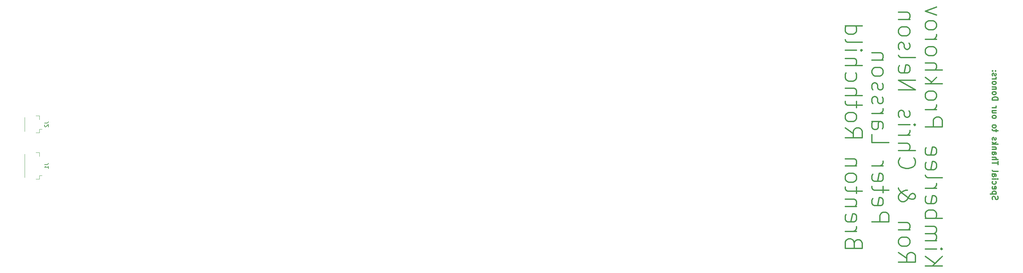
<source format=gbr>
G04 #@! TF.GenerationSoftware,KiCad,Pcbnew,(5.1.9)-1*
G04 #@! TF.CreationDate,2021-03-05T17:29:33-06:00*
G04 #@! TF.ProjectId,X-,582d2e6b-6963-4616-945f-706362585858,3*
G04 #@! TF.SameCoordinates,Original*
G04 #@! TF.FileFunction,Legend,Bot*
G04 #@! TF.FilePolarity,Positive*
%FSLAX46Y46*%
G04 Gerber Fmt 4.6, Leading zero omitted, Abs format (unit mm)*
G04 Created by KiCad (PCBNEW (5.1.9)-1) date 2021-03-05 17:29:33*
%MOMM*%
%LPD*%
G01*
G04 APERTURE LIST*
%ADD10C,0.300000*%
%ADD11C,0.120000*%
%ADD12C,0.150000*%
G04 APERTURE END LIST*
D10*
X346102857Y-158041428D02*
X346031428Y-157827142D01*
X346031428Y-157470000D01*
X346102857Y-157327142D01*
X346174285Y-157255714D01*
X346317142Y-157184285D01*
X346460000Y-157184285D01*
X346602857Y-157255714D01*
X346674285Y-157327142D01*
X346745714Y-157470000D01*
X346817142Y-157755714D01*
X346888571Y-157898571D01*
X346960000Y-157970000D01*
X347102857Y-158041428D01*
X347245714Y-158041428D01*
X347388571Y-157970000D01*
X347460000Y-157898571D01*
X347531428Y-157755714D01*
X347531428Y-157398571D01*
X347460000Y-157184285D01*
X347031428Y-156541428D02*
X345531428Y-156541428D01*
X346960000Y-156541428D02*
X347031428Y-156398571D01*
X347031428Y-156112857D01*
X346960000Y-155970000D01*
X346888571Y-155898571D01*
X346745714Y-155827142D01*
X346317142Y-155827142D01*
X346174285Y-155898571D01*
X346102857Y-155970000D01*
X346031428Y-156112857D01*
X346031428Y-156398571D01*
X346102857Y-156541428D01*
X346102857Y-154612857D02*
X346031428Y-154755714D01*
X346031428Y-155041428D01*
X346102857Y-155184285D01*
X346245714Y-155255714D01*
X346817142Y-155255714D01*
X346960000Y-155184285D01*
X347031428Y-155041428D01*
X347031428Y-154755714D01*
X346960000Y-154612857D01*
X346817142Y-154541428D01*
X346674285Y-154541428D01*
X346531428Y-155255714D01*
X346102857Y-153255714D02*
X346031428Y-153398571D01*
X346031428Y-153684285D01*
X346102857Y-153827142D01*
X346174285Y-153898571D01*
X346317142Y-153970000D01*
X346745714Y-153970000D01*
X346888571Y-153898571D01*
X346960000Y-153827142D01*
X347031428Y-153684285D01*
X347031428Y-153398571D01*
X346960000Y-153255714D01*
X346031428Y-152612857D02*
X347031428Y-152612857D01*
X347531428Y-152612857D02*
X347460000Y-152684285D01*
X347388571Y-152612857D01*
X347460000Y-152541428D01*
X347531428Y-152612857D01*
X347388571Y-152612857D01*
X346031428Y-151255714D02*
X346817142Y-151255714D01*
X346960000Y-151327142D01*
X347031428Y-151470000D01*
X347031428Y-151755714D01*
X346960000Y-151898571D01*
X346102857Y-151255714D02*
X346031428Y-151398571D01*
X346031428Y-151755714D01*
X346102857Y-151898571D01*
X346245714Y-151970000D01*
X346388571Y-151970000D01*
X346531428Y-151898571D01*
X346602857Y-151755714D01*
X346602857Y-151398571D01*
X346674285Y-151255714D01*
X346031428Y-150327142D02*
X346102857Y-150470000D01*
X346245714Y-150541428D01*
X347531428Y-150541428D01*
X347531428Y-148827142D02*
X347531428Y-147970000D01*
X346031428Y-148398571D02*
X347531428Y-148398571D01*
X346031428Y-147470000D02*
X347531428Y-147470000D01*
X346031428Y-146827142D02*
X346817142Y-146827142D01*
X346960000Y-146898571D01*
X347031428Y-147041428D01*
X347031428Y-147255714D01*
X346960000Y-147398571D01*
X346888571Y-147470000D01*
X346031428Y-145470000D02*
X346817142Y-145470000D01*
X346960000Y-145541428D01*
X347031428Y-145684285D01*
X347031428Y-145970000D01*
X346960000Y-146112857D01*
X346102857Y-145470000D02*
X346031428Y-145612857D01*
X346031428Y-145970000D01*
X346102857Y-146112857D01*
X346245714Y-146184285D01*
X346388571Y-146184285D01*
X346531428Y-146112857D01*
X346602857Y-145970000D01*
X346602857Y-145612857D01*
X346674285Y-145470000D01*
X347031428Y-144755714D02*
X346031428Y-144755714D01*
X346888571Y-144755714D02*
X346960000Y-144684285D01*
X347031428Y-144541428D01*
X347031428Y-144327142D01*
X346960000Y-144184285D01*
X346817142Y-144112857D01*
X346031428Y-144112857D01*
X346031428Y-143398571D02*
X347531428Y-143398571D01*
X346602857Y-143255714D02*
X346031428Y-142827142D01*
X347031428Y-142827142D02*
X346460000Y-143398571D01*
X346102857Y-142255714D02*
X346031428Y-142112857D01*
X346031428Y-141827142D01*
X346102857Y-141684285D01*
X346245714Y-141612857D01*
X346317142Y-141612857D01*
X346460000Y-141684285D01*
X346531428Y-141827142D01*
X346531428Y-142041428D01*
X346602857Y-142184285D01*
X346745714Y-142255714D01*
X346817142Y-142255714D01*
X346960000Y-142184285D01*
X347031428Y-142041428D01*
X347031428Y-141827142D01*
X346960000Y-141684285D01*
X347031428Y-140041428D02*
X347031428Y-139470000D01*
X347531428Y-139827142D02*
X346245714Y-139827142D01*
X346102857Y-139755714D01*
X346031428Y-139612857D01*
X346031428Y-139470000D01*
X346031428Y-138755714D02*
X346102857Y-138898571D01*
X346174285Y-138970000D01*
X346317142Y-139041428D01*
X346745714Y-139041428D01*
X346888571Y-138970000D01*
X346960000Y-138898571D01*
X347031428Y-138755714D01*
X347031428Y-138541428D01*
X346960000Y-138398571D01*
X346888571Y-138327142D01*
X346745714Y-138255714D01*
X346317142Y-138255714D01*
X346174285Y-138327142D01*
X346102857Y-138398571D01*
X346031428Y-138541428D01*
X346031428Y-138755714D01*
X346031428Y-136255714D02*
X346102857Y-136398571D01*
X346174285Y-136470000D01*
X346317142Y-136541428D01*
X346745714Y-136541428D01*
X346888571Y-136470000D01*
X346960000Y-136398571D01*
X347031428Y-136255714D01*
X347031428Y-136041428D01*
X346960000Y-135898571D01*
X346888571Y-135827142D01*
X346745714Y-135755714D01*
X346317142Y-135755714D01*
X346174285Y-135827142D01*
X346102857Y-135898571D01*
X346031428Y-136041428D01*
X346031428Y-136255714D01*
X347031428Y-134470000D02*
X346031428Y-134470000D01*
X347031428Y-135112857D02*
X346245714Y-135112857D01*
X346102857Y-135041428D01*
X346031428Y-134898571D01*
X346031428Y-134684285D01*
X346102857Y-134541428D01*
X346174285Y-134470000D01*
X346031428Y-133755714D02*
X347031428Y-133755714D01*
X346745714Y-133755714D02*
X346888571Y-133684285D01*
X346960000Y-133612857D01*
X347031428Y-133470000D01*
X347031428Y-133327142D01*
X346031428Y-131684285D02*
X347531428Y-131684285D01*
X347531428Y-131327142D01*
X347460000Y-131112857D01*
X347317142Y-130970000D01*
X347174285Y-130898571D01*
X346888571Y-130827142D01*
X346674285Y-130827142D01*
X346388571Y-130898571D01*
X346245714Y-130970000D01*
X346102857Y-131112857D01*
X346031428Y-131327142D01*
X346031428Y-131684285D01*
X346031428Y-129970000D02*
X346102857Y-130112857D01*
X346174285Y-130184285D01*
X346317142Y-130255714D01*
X346745714Y-130255714D01*
X346888571Y-130184285D01*
X346960000Y-130112857D01*
X347031428Y-129970000D01*
X347031428Y-129755714D01*
X346960000Y-129612857D01*
X346888571Y-129541428D01*
X346745714Y-129470000D01*
X346317142Y-129470000D01*
X346174285Y-129541428D01*
X346102857Y-129612857D01*
X346031428Y-129755714D01*
X346031428Y-129970000D01*
X347031428Y-128827142D02*
X346031428Y-128827142D01*
X346888571Y-128827142D02*
X346960000Y-128755714D01*
X347031428Y-128612857D01*
X347031428Y-128398571D01*
X346960000Y-128255714D01*
X346817142Y-128184285D01*
X346031428Y-128184285D01*
X346031428Y-127255714D02*
X346102857Y-127398571D01*
X346174285Y-127470000D01*
X346317142Y-127541428D01*
X346745714Y-127541428D01*
X346888571Y-127470000D01*
X346960000Y-127398571D01*
X347031428Y-127255714D01*
X347031428Y-127041428D01*
X346960000Y-126898571D01*
X346888571Y-126827142D01*
X346745714Y-126755714D01*
X346317142Y-126755714D01*
X346174285Y-126827142D01*
X346102857Y-126898571D01*
X346031428Y-127041428D01*
X346031428Y-127255714D01*
X346031428Y-126112857D02*
X347031428Y-126112857D01*
X346745714Y-126112857D02*
X346888571Y-126041428D01*
X346960000Y-125970000D01*
X347031428Y-125827142D01*
X347031428Y-125684285D01*
X346102857Y-125255714D02*
X346031428Y-125112857D01*
X346031428Y-124827142D01*
X346102857Y-124684285D01*
X346245714Y-124612857D01*
X346317142Y-124612857D01*
X346460000Y-124684285D01*
X346531428Y-124827142D01*
X346531428Y-125041428D01*
X346602857Y-125184285D01*
X346745714Y-125255714D01*
X346817142Y-125255714D01*
X346960000Y-125184285D01*
X347031428Y-125041428D01*
X347031428Y-124827142D01*
X346960000Y-124684285D01*
X346174285Y-123970000D02*
X346102857Y-123898571D01*
X346031428Y-123970000D01*
X346102857Y-124041428D01*
X346174285Y-123970000D01*
X346031428Y-123970000D01*
X346960000Y-123970000D02*
X346888571Y-123898571D01*
X346817142Y-123970000D01*
X346888571Y-124041428D01*
X346960000Y-123970000D01*
X346817142Y-123970000D01*
X328269285Y-175621428D02*
X332769285Y-175621428D01*
X328269285Y-173050000D02*
X330840714Y-174978571D01*
X332769285Y-173050000D02*
X330197857Y-175621428D01*
X328269285Y-171121428D02*
X331269285Y-171121428D01*
X332769285Y-171121428D02*
X332555000Y-171335714D01*
X332340714Y-171121428D01*
X332555000Y-170907142D01*
X332769285Y-171121428D01*
X332340714Y-171121428D01*
X328269285Y-168978571D02*
X331269285Y-168978571D01*
X330840714Y-168978571D02*
X331055000Y-168764285D01*
X331269285Y-168335714D01*
X331269285Y-167692857D01*
X331055000Y-167264285D01*
X330626428Y-167050000D01*
X328269285Y-167050000D01*
X330626428Y-167050000D02*
X331055000Y-166835714D01*
X331269285Y-166407142D01*
X331269285Y-165764285D01*
X331055000Y-165335714D01*
X330626428Y-165121428D01*
X328269285Y-165121428D01*
X328269285Y-162978571D02*
X332769285Y-162978571D01*
X331055000Y-162978571D02*
X331269285Y-162550000D01*
X331269285Y-161692857D01*
X331055000Y-161264285D01*
X330840714Y-161050000D01*
X330412142Y-160835714D01*
X329126428Y-160835714D01*
X328697857Y-161050000D01*
X328483571Y-161264285D01*
X328269285Y-161692857D01*
X328269285Y-162550000D01*
X328483571Y-162978571D01*
X328483571Y-157192857D02*
X328269285Y-157621428D01*
X328269285Y-158478571D01*
X328483571Y-158907142D01*
X328912142Y-159121428D01*
X330626428Y-159121428D01*
X331055000Y-158907142D01*
X331269285Y-158478571D01*
X331269285Y-157621428D01*
X331055000Y-157192857D01*
X330626428Y-156978571D01*
X330197857Y-156978571D01*
X329769285Y-159121428D01*
X328269285Y-155050000D02*
X331269285Y-155050000D01*
X330412142Y-155050000D02*
X330840714Y-154835714D01*
X331055000Y-154621428D01*
X331269285Y-154192857D01*
X331269285Y-153764285D01*
X328269285Y-151621428D02*
X328483571Y-152050000D01*
X328912142Y-152264285D01*
X332769285Y-152264285D01*
X328483571Y-148192857D02*
X328269285Y-148621428D01*
X328269285Y-149478571D01*
X328483571Y-149907142D01*
X328912142Y-150121428D01*
X330626428Y-150121428D01*
X331055000Y-149907142D01*
X331269285Y-149478571D01*
X331269285Y-148621428D01*
X331055000Y-148192857D01*
X330626428Y-147978571D01*
X330197857Y-147978571D01*
X329769285Y-150121428D01*
X328483571Y-144335714D02*
X328269285Y-144764285D01*
X328269285Y-145621428D01*
X328483571Y-146050000D01*
X328912142Y-146264285D01*
X330626428Y-146264285D01*
X331055000Y-146050000D01*
X331269285Y-145621428D01*
X331269285Y-144764285D01*
X331055000Y-144335714D01*
X330626428Y-144121428D01*
X330197857Y-144121428D01*
X329769285Y-146264285D01*
X328269285Y-138764285D02*
X332769285Y-138764285D01*
X332769285Y-137050000D01*
X332555000Y-136621428D01*
X332340714Y-136407142D01*
X331912142Y-136192857D01*
X331269285Y-136192857D01*
X330840714Y-136407142D01*
X330626428Y-136621428D01*
X330412142Y-137050000D01*
X330412142Y-138764285D01*
X328269285Y-134264285D02*
X331269285Y-134264285D01*
X330412142Y-134264285D02*
X330840714Y-134050000D01*
X331055000Y-133835714D01*
X331269285Y-133407142D01*
X331269285Y-132978571D01*
X328269285Y-130835714D02*
X328483571Y-131264285D01*
X328697857Y-131478571D01*
X329126428Y-131692857D01*
X330412142Y-131692857D01*
X330840714Y-131478571D01*
X331055000Y-131264285D01*
X331269285Y-130835714D01*
X331269285Y-130192857D01*
X331055000Y-129764285D01*
X330840714Y-129550000D01*
X330412142Y-129335714D01*
X329126428Y-129335714D01*
X328697857Y-129550000D01*
X328483571Y-129764285D01*
X328269285Y-130192857D01*
X328269285Y-130835714D01*
X328269285Y-127407142D02*
X332769285Y-127407142D01*
X329983571Y-126978571D02*
X328269285Y-125692857D01*
X331269285Y-125692857D02*
X329555000Y-127407142D01*
X328269285Y-123764285D02*
X332769285Y-123764285D01*
X328269285Y-121835714D02*
X330626428Y-121835714D01*
X331055000Y-122050000D01*
X331269285Y-122478571D01*
X331269285Y-123121428D01*
X331055000Y-123550000D01*
X330840714Y-123764285D01*
X328269285Y-119050000D02*
X328483571Y-119478571D01*
X328697857Y-119692857D01*
X329126428Y-119907142D01*
X330412142Y-119907142D01*
X330840714Y-119692857D01*
X331055000Y-119478571D01*
X331269285Y-119050000D01*
X331269285Y-118407142D01*
X331055000Y-117978571D01*
X330840714Y-117764285D01*
X330412142Y-117550000D01*
X329126428Y-117550000D01*
X328697857Y-117764285D01*
X328483571Y-117978571D01*
X328269285Y-118407142D01*
X328269285Y-119050000D01*
X328269285Y-115621428D02*
X331269285Y-115621428D01*
X330412142Y-115621428D02*
X330840714Y-115407142D01*
X331055000Y-115192857D01*
X331269285Y-114764285D01*
X331269285Y-114335714D01*
X328269285Y-112192857D02*
X328483571Y-112621428D01*
X328697857Y-112835714D01*
X329126428Y-113050000D01*
X330412142Y-113050000D01*
X330840714Y-112835714D01*
X331055000Y-112621428D01*
X331269285Y-112192857D01*
X331269285Y-111550000D01*
X331055000Y-111121428D01*
X330840714Y-110907142D01*
X330412142Y-110692857D01*
X329126428Y-110692857D01*
X328697857Y-110907142D01*
X328483571Y-111121428D01*
X328269285Y-111550000D01*
X328269285Y-112192857D01*
X331269285Y-109192857D02*
X328269285Y-108121428D01*
X331269285Y-107050000D01*
X321219285Y-172085714D02*
X323362142Y-173585714D01*
X321219285Y-174657142D02*
X325719285Y-174657142D01*
X325719285Y-172942857D01*
X325505000Y-172514285D01*
X325290714Y-172300000D01*
X324862142Y-172085714D01*
X324219285Y-172085714D01*
X323790714Y-172300000D01*
X323576428Y-172514285D01*
X323362142Y-172942857D01*
X323362142Y-174657142D01*
X321219285Y-169514285D02*
X321433571Y-169942857D01*
X321647857Y-170157142D01*
X322076428Y-170371428D01*
X323362142Y-170371428D01*
X323790714Y-170157142D01*
X324005000Y-169942857D01*
X324219285Y-169514285D01*
X324219285Y-168871428D01*
X324005000Y-168442857D01*
X323790714Y-168228571D01*
X323362142Y-168014285D01*
X322076428Y-168014285D01*
X321647857Y-168228571D01*
X321433571Y-168442857D01*
X321219285Y-168871428D01*
X321219285Y-169514285D01*
X324219285Y-166085714D02*
X321219285Y-166085714D01*
X323790714Y-166085714D02*
X324005000Y-165871428D01*
X324219285Y-165442857D01*
X324219285Y-164800000D01*
X324005000Y-164371428D01*
X323576428Y-164157142D01*
X321219285Y-164157142D01*
X321219285Y-154942857D02*
X321219285Y-155157142D01*
X321433571Y-155585714D01*
X322076428Y-156228571D01*
X323362142Y-157300000D01*
X324005000Y-157728571D01*
X324647857Y-157942857D01*
X325076428Y-157942857D01*
X325505000Y-157728571D01*
X325719285Y-157300000D01*
X325719285Y-157085714D01*
X325505000Y-156657142D01*
X325076428Y-156442857D01*
X324862142Y-156442857D01*
X324433571Y-156657142D01*
X324219285Y-156871428D01*
X323362142Y-158157142D01*
X323147857Y-158371428D01*
X322719285Y-158585714D01*
X322076428Y-158585714D01*
X321647857Y-158371428D01*
X321433571Y-158157142D01*
X321219285Y-157728571D01*
X321219285Y-157085714D01*
X321433571Y-156657142D01*
X321647857Y-156442857D01*
X322505000Y-155800000D01*
X323147857Y-155585714D01*
X323576428Y-155585714D01*
X321647857Y-147014285D02*
X321433571Y-147228571D01*
X321219285Y-147871428D01*
X321219285Y-148300000D01*
X321433571Y-148942857D01*
X321862142Y-149371428D01*
X322290714Y-149585714D01*
X323147857Y-149800000D01*
X323790714Y-149800000D01*
X324647857Y-149585714D01*
X325076428Y-149371428D01*
X325505000Y-148942857D01*
X325719285Y-148300000D01*
X325719285Y-147871428D01*
X325505000Y-147228571D01*
X325290714Y-147014285D01*
X321219285Y-145085714D02*
X325719285Y-145085714D01*
X321219285Y-143157142D02*
X323576428Y-143157142D01*
X324005000Y-143371428D01*
X324219285Y-143800000D01*
X324219285Y-144442857D01*
X324005000Y-144871428D01*
X323790714Y-145085714D01*
X321219285Y-141014285D02*
X324219285Y-141014285D01*
X323362142Y-141014285D02*
X323790714Y-140800000D01*
X324005000Y-140585714D01*
X324219285Y-140157142D01*
X324219285Y-139728571D01*
X321219285Y-138228571D02*
X324219285Y-138228571D01*
X325719285Y-138228571D02*
X325505000Y-138442857D01*
X325290714Y-138228571D01*
X325505000Y-138014285D01*
X325719285Y-138228571D01*
X325290714Y-138228571D01*
X321433571Y-136300000D02*
X321219285Y-135871428D01*
X321219285Y-135014285D01*
X321433571Y-134585714D01*
X321862142Y-134371428D01*
X322076428Y-134371428D01*
X322505000Y-134585714D01*
X322719285Y-135014285D01*
X322719285Y-135657142D01*
X322933571Y-136085714D01*
X323362142Y-136300000D01*
X323576428Y-136300000D01*
X324005000Y-136085714D01*
X324219285Y-135657142D01*
X324219285Y-135014285D01*
X324005000Y-134585714D01*
X321219285Y-129014285D02*
X325719285Y-129014285D01*
X321219285Y-126442857D01*
X325719285Y-126442857D01*
X321433571Y-122585714D02*
X321219285Y-123014285D01*
X321219285Y-123871428D01*
X321433571Y-124300000D01*
X321862142Y-124514285D01*
X323576428Y-124514285D01*
X324005000Y-124300000D01*
X324219285Y-123871428D01*
X324219285Y-123014285D01*
X324005000Y-122585714D01*
X323576428Y-122371428D01*
X323147857Y-122371428D01*
X322719285Y-124514285D01*
X321219285Y-119800000D02*
X321433571Y-120228571D01*
X321862142Y-120442857D01*
X325719285Y-120442857D01*
X321433571Y-118300000D02*
X321219285Y-117871428D01*
X321219285Y-117014285D01*
X321433571Y-116585714D01*
X321862142Y-116371428D01*
X322076428Y-116371428D01*
X322505000Y-116585714D01*
X322719285Y-117014285D01*
X322719285Y-117657142D01*
X322933571Y-118085714D01*
X323362142Y-118300000D01*
X323576428Y-118300000D01*
X324005000Y-118085714D01*
X324219285Y-117657142D01*
X324219285Y-117014285D01*
X324005000Y-116585714D01*
X321219285Y-113800000D02*
X321433571Y-114228571D01*
X321647857Y-114442857D01*
X322076428Y-114657142D01*
X323362142Y-114657142D01*
X323790714Y-114442857D01*
X324005000Y-114228571D01*
X324219285Y-113800000D01*
X324219285Y-113157142D01*
X324005000Y-112728571D01*
X323790714Y-112514285D01*
X323362142Y-112300000D01*
X322076428Y-112300000D01*
X321647857Y-112514285D01*
X321433571Y-112728571D01*
X321219285Y-113157142D01*
X321219285Y-113800000D01*
X324219285Y-110371428D02*
X321219285Y-110371428D01*
X323790714Y-110371428D02*
X324005000Y-110157142D01*
X324219285Y-109728571D01*
X324219285Y-109085714D01*
X324005000Y-108657142D01*
X323576428Y-108442857D01*
X321219285Y-108442857D01*
X314169285Y-163942857D02*
X318669285Y-163942857D01*
X318669285Y-162228571D01*
X318455000Y-161800000D01*
X318240714Y-161585714D01*
X317812142Y-161371428D01*
X317169285Y-161371428D01*
X316740714Y-161585714D01*
X316526428Y-161800000D01*
X316312142Y-162228571D01*
X316312142Y-163942857D01*
X314383571Y-157728571D02*
X314169285Y-158157142D01*
X314169285Y-159014285D01*
X314383571Y-159442857D01*
X314812142Y-159657142D01*
X316526428Y-159657142D01*
X316955000Y-159442857D01*
X317169285Y-159014285D01*
X317169285Y-158157142D01*
X316955000Y-157728571D01*
X316526428Y-157514285D01*
X316097857Y-157514285D01*
X315669285Y-159657142D01*
X317169285Y-156228571D02*
X317169285Y-154514285D01*
X318669285Y-155585714D02*
X314812142Y-155585714D01*
X314383571Y-155371428D01*
X314169285Y-154942857D01*
X314169285Y-154514285D01*
X314383571Y-151300000D02*
X314169285Y-151728571D01*
X314169285Y-152585714D01*
X314383571Y-153014285D01*
X314812142Y-153228571D01*
X316526428Y-153228571D01*
X316955000Y-153014285D01*
X317169285Y-152585714D01*
X317169285Y-151728571D01*
X316955000Y-151300000D01*
X316526428Y-151085714D01*
X316097857Y-151085714D01*
X315669285Y-153228571D01*
X314169285Y-149157142D02*
X317169285Y-149157142D01*
X316312142Y-149157142D02*
X316740714Y-148942857D01*
X316955000Y-148728571D01*
X317169285Y-148300000D01*
X317169285Y-147871428D01*
X314169285Y-140800000D02*
X314169285Y-142942857D01*
X318669285Y-142942857D01*
X314169285Y-137371428D02*
X316526428Y-137371428D01*
X316955000Y-137585714D01*
X317169285Y-138014285D01*
X317169285Y-138871428D01*
X316955000Y-139300000D01*
X314383571Y-137371428D02*
X314169285Y-137800000D01*
X314169285Y-138871428D01*
X314383571Y-139300000D01*
X314812142Y-139514285D01*
X315240714Y-139514285D01*
X315669285Y-139300000D01*
X315883571Y-138871428D01*
X315883571Y-137800000D01*
X316097857Y-137371428D01*
X314169285Y-135228571D02*
X317169285Y-135228571D01*
X316312142Y-135228571D02*
X316740714Y-135014285D01*
X316955000Y-134800000D01*
X317169285Y-134371428D01*
X317169285Y-133942857D01*
X314383571Y-132657142D02*
X314169285Y-132228571D01*
X314169285Y-131371428D01*
X314383571Y-130942857D01*
X314812142Y-130728571D01*
X315026428Y-130728571D01*
X315455000Y-130942857D01*
X315669285Y-131371428D01*
X315669285Y-132014285D01*
X315883571Y-132442857D01*
X316312142Y-132657142D01*
X316526428Y-132657142D01*
X316955000Y-132442857D01*
X317169285Y-132014285D01*
X317169285Y-131371428D01*
X316955000Y-130942857D01*
X314383571Y-129014285D02*
X314169285Y-128585714D01*
X314169285Y-127728571D01*
X314383571Y-127300000D01*
X314812142Y-127085714D01*
X315026428Y-127085714D01*
X315455000Y-127300000D01*
X315669285Y-127728571D01*
X315669285Y-128371428D01*
X315883571Y-128800000D01*
X316312142Y-129014285D01*
X316526428Y-129014285D01*
X316955000Y-128800000D01*
X317169285Y-128371428D01*
X317169285Y-127728571D01*
X316955000Y-127300000D01*
X314169285Y-124514285D02*
X314383571Y-124942857D01*
X314597857Y-125157142D01*
X315026428Y-125371428D01*
X316312142Y-125371428D01*
X316740714Y-125157142D01*
X316955000Y-124942857D01*
X317169285Y-124514285D01*
X317169285Y-123871428D01*
X316955000Y-123442857D01*
X316740714Y-123228571D01*
X316312142Y-123014285D01*
X315026428Y-123014285D01*
X314597857Y-123228571D01*
X314383571Y-123442857D01*
X314169285Y-123871428D01*
X314169285Y-124514285D01*
X317169285Y-121085714D02*
X314169285Y-121085714D01*
X316740714Y-121085714D02*
X316955000Y-120871428D01*
X317169285Y-120442857D01*
X317169285Y-119800000D01*
X316955000Y-119371428D01*
X316526428Y-119157142D01*
X314169285Y-119157142D01*
X309476428Y-169514285D02*
X309262142Y-168871428D01*
X309047857Y-168657142D01*
X308619285Y-168442857D01*
X307976428Y-168442857D01*
X307547857Y-168657142D01*
X307333571Y-168871428D01*
X307119285Y-169300000D01*
X307119285Y-171014285D01*
X311619285Y-171014285D01*
X311619285Y-169514285D01*
X311405000Y-169085714D01*
X311190714Y-168871428D01*
X310762142Y-168657142D01*
X310333571Y-168657142D01*
X309905000Y-168871428D01*
X309690714Y-169085714D01*
X309476428Y-169514285D01*
X309476428Y-171014285D01*
X307119285Y-166514285D02*
X310119285Y-166514285D01*
X309262142Y-166514285D02*
X309690714Y-166300000D01*
X309905000Y-166085714D01*
X310119285Y-165657142D01*
X310119285Y-165228571D01*
X307333571Y-162014285D02*
X307119285Y-162442857D01*
X307119285Y-163300000D01*
X307333571Y-163728571D01*
X307762142Y-163942857D01*
X309476428Y-163942857D01*
X309905000Y-163728571D01*
X310119285Y-163300000D01*
X310119285Y-162442857D01*
X309905000Y-162014285D01*
X309476428Y-161800000D01*
X309047857Y-161800000D01*
X308619285Y-163942857D01*
X310119285Y-159871428D02*
X307119285Y-159871428D01*
X309690714Y-159871428D02*
X309905000Y-159657142D01*
X310119285Y-159228571D01*
X310119285Y-158585714D01*
X309905000Y-158157142D01*
X309476428Y-157942857D01*
X307119285Y-157942857D01*
X310119285Y-156442857D02*
X310119285Y-154728571D01*
X311619285Y-155800000D02*
X307762142Y-155800000D01*
X307333571Y-155585714D01*
X307119285Y-155157142D01*
X307119285Y-154728571D01*
X307119285Y-152585714D02*
X307333571Y-153014285D01*
X307547857Y-153228571D01*
X307976428Y-153442857D01*
X309262142Y-153442857D01*
X309690714Y-153228571D01*
X309905000Y-153014285D01*
X310119285Y-152585714D01*
X310119285Y-151942857D01*
X309905000Y-151514285D01*
X309690714Y-151300000D01*
X309262142Y-151085714D01*
X307976428Y-151085714D01*
X307547857Y-151300000D01*
X307333571Y-151514285D01*
X307119285Y-151942857D01*
X307119285Y-152585714D01*
X310119285Y-149157142D02*
X307119285Y-149157142D01*
X309690714Y-149157142D02*
X309905000Y-148942857D01*
X310119285Y-148514285D01*
X310119285Y-147871428D01*
X309905000Y-147442857D01*
X309476428Y-147228571D01*
X307119285Y-147228571D01*
X307119285Y-139085714D02*
X309262142Y-140585714D01*
X307119285Y-141657142D02*
X311619285Y-141657142D01*
X311619285Y-139942857D01*
X311405000Y-139514285D01*
X311190714Y-139300000D01*
X310762142Y-139085714D01*
X310119285Y-139085714D01*
X309690714Y-139300000D01*
X309476428Y-139514285D01*
X309262142Y-139942857D01*
X309262142Y-141657142D01*
X307119285Y-136514285D02*
X307333571Y-136942857D01*
X307547857Y-137157142D01*
X307976428Y-137371428D01*
X309262142Y-137371428D01*
X309690714Y-137157142D01*
X309905000Y-136942857D01*
X310119285Y-136514285D01*
X310119285Y-135871428D01*
X309905000Y-135442857D01*
X309690714Y-135228571D01*
X309262142Y-135014285D01*
X307976428Y-135014285D01*
X307547857Y-135228571D01*
X307333571Y-135442857D01*
X307119285Y-135871428D01*
X307119285Y-136514285D01*
X310119285Y-133728571D02*
X310119285Y-132014285D01*
X311619285Y-133085714D02*
X307762142Y-133085714D01*
X307333571Y-132871428D01*
X307119285Y-132442857D01*
X307119285Y-132014285D01*
X307119285Y-130514285D02*
X311619285Y-130514285D01*
X307119285Y-128585714D02*
X309476428Y-128585714D01*
X309905000Y-128800000D01*
X310119285Y-129228571D01*
X310119285Y-129871428D01*
X309905000Y-130300000D01*
X309690714Y-130514285D01*
X307333571Y-124514285D02*
X307119285Y-124942857D01*
X307119285Y-125800000D01*
X307333571Y-126228571D01*
X307547857Y-126442857D01*
X307976428Y-126657142D01*
X309262142Y-126657142D01*
X309690714Y-126442857D01*
X309905000Y-126228571D01*
X310119285Y-125800000D01*
X310119285Y-124942857D01*
X309905000Y-124514285D01*
X307119285Y-122585714D02*
X311619285Y-122585714D01*
X307119285Y-120657142D02*
X309476428Y-120657142D01*
X309905000Y-120871428D01*
X310119285Y-121300000D01*
X310119285Y-121942857D01*
X309905000Y-122371428D01*
X309690714Y-122585714D01*
X307119285Y-118514285D02*
X310119285Y-118514285D01*
X311619285Y-118514285D02*
X311405000Y-118728571D01*
X311190714Y-118514285D01*
X311405000Y-118300000D01*
X311619285Y-118514285D01*
X311190714Y-118514285D01*
X307119285Y-115728571D02*
X307333571Y-116157142D01*
X307762142Y-116371428D01*
X311619285Y-116371428D01*
X307119285Y-112085714D02*
X311619285Y-112085714D01*
X307333571Y-112085714D02*
X307119285Y-112514285D01*
X307119285Y-113371428D01*
X307333571Y-113800000D01*
X307547857Y-114014285D01*
X307976428Y-114228571D01*
X309262142Y-114228571D01*
X309690714Y-114014285D01*
X309905000Y-113800000D01*
X310119285Y-113371428D01*
X310119285Y-112514285D01*
X309905000Y-112085714D01*
D11*
X93090000Y-140335000D02*
X94040000Y-140335000D01*
X94040000Y-140335000D02*
X94040000Y-139385000D01*
X94040000Y-139385000D02*
X94730000Y-139385000D01*
X93090000Y-135865000D02*
X94040000Y-135865000D01*
X94040000Y-135865000D02*
X94040000Y-136815000D01*
X90120000Y-139965000D02*
X90120000Y-136235000D01*
X93090000Y-152585000D02*
X94040000Y-152585000D01*
X94040000Y-152585000D02*
X94040000Y-151635000D01*
X94040000Y-151635000D02*
X94730000Y-151635000D01*
X93090000Y-145615000D02*
X94040000Y-145615000D01*
X94040000Y-145615000D02*
X94040000Y-146565000D01*
X90120000Y-152215000D02*
X90120000Y-145985000D01*
D12*
X95382380Y-137766666D02*
X96096666Y-137766666D01*
X96239523Y-137719047D01*
X96334761Y-137623809D01*
X96382380Y-137480952D01*
X96382380Y-137385714D01*
X95477619Y-138195238D02*
X95430000Y-138242857D01*
X95382380Y-138338095D01*
X95382380Y-138576190D01*
X95430000Y-138671428D01*
X95477619Y-138719047D01*
X95572857Y-138766666D01*
X95668095Y-138766666D01*
X95810952Y-138719047D01*
X96382380Y-138147619D01*
X96382380Y-138766666D01*
X95382380Y-148766666D02*
X96096666Y-148766666D01*
X96239523Y-148719047D01*
X96334761Y-148623809D01*
X96382380Y-148480952D01*
X96382380Y-148385714D01*
X96382380Y-149766666D02*
X96382380Y-149195238D01*
X96382380Y-149480952D02*
X95382380Y-149480952D01*
X95525238Y-149385714D01*
X95620476Y-149290476D01*
X95668095Y-149195238D01*
M02*

</source>
